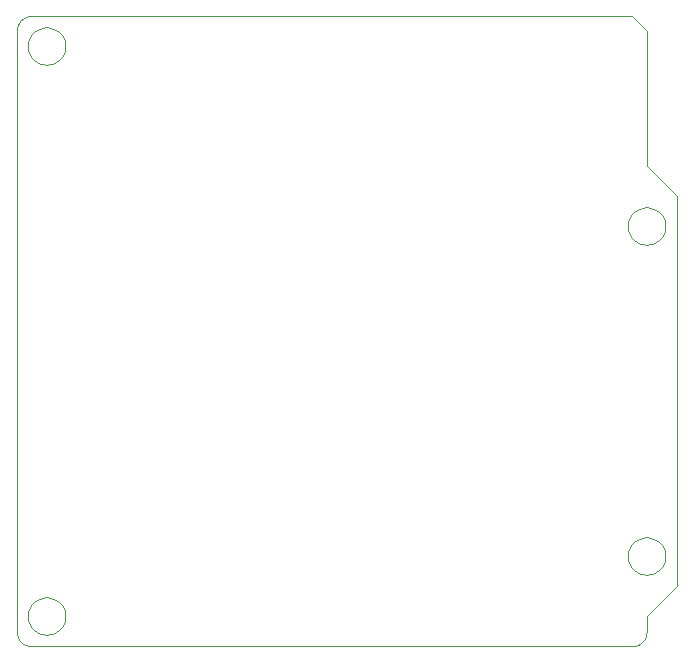
<source format=gbr>
G04 PROTEUS RS274X GERBER FILE*
%FSLAX45Y45*%
%MOMM*%
G01*
%ADD22C,0.025400*%
D22*
X+5492750Y+762000D02*
X+5492220Y+774958D01*
X+5487916Y+800876D01*
X+5478925Y+826794D01*
X+5464280Y+852712D01*
X+5441876Y+878466D01*
X+5415958Y+897958D01*
X+5390040Y+910530D01*
X+5364122Y+917866D01*
X+5338204Y+920694D01*
X+5334000Y+920750D01*
X+5175250Y+762000D02*
X+5175780Y+774958D01*
X+5180084Y+800876D01*
X+5189075Y+826794D01*
X+5203720Y+852712D01*
X+5226124Y+878466D01*
X+5252042Y+897958D01*
X+5277960Y+910530D01*
X+5303878Y+917866D01*
X+5329796Y+920694D01*
X+5334000Y+920750D01*
X+5175250Y+762000D02*
X+5175780Y+749042D01*
X+5180084Y+723124D01*
X+5189075Y+697206D01*
X+5203720Y+671288D01*
X+5226124Y+645534D01*
X+5252042Y+626042D01*
X+5277960Y+613470D01*
X+5303878Y+606134D01*
X+5329796Y+603306D01*
X+5334000Y+603250D01*
X+5492750Y+762000D02*
X+5492220Y+749042D01*
X+5487916Y+723124D01*
X+5478925Y+697206D01*
X+5464280Y+671288D01*
X+5441876Y+645534D01*
X+5415958Y+626042D01*
X+5390040Y+613470D01*
X+5364122Y+606134D01*
X+5338204Y+603306D01*
X+5334000Y+603250D01*
X+5492750Y+3556000D02*
X+5492220Y+3568958D01*
X+5487916Y+3594876D01*
X+5478925Y+3620794D01*
X+5464280Y+3646712D01*
X+5441876Y+3672466D01*
X+5415958Y+3691958D01*
X+5390040Y+3704530D01*
X+5364122Y+3711866D01*
X+5338204Y+3714694D01*
X+5334000Y+3714750D01*
X+5175250Y+3556000D02*
X+5175780Y+3568958D01*
X+5180084Y+3594876D01*
X+5189075Y+3620794D01*
X+5203720Y+3646712D01*
X+5226124Y+3672466D01*
X+5252042Y+3691958D01*
X+5277960Y+3704530D01*
X+5303878Y+3711866D01*
X+5329796Y+3714694D01*
X+5334000Y+3714750D01*
X+5175250Y+3556000D02*
X+5175780Y+3543042D01*
X+5180084Y+3517124D01*
X+5189075Y+3491206D01*
X+5203720Y+3465288D01*
X+5226124Y+3439534D01*
X+5252042Y+3420042D01*
X+5277960Y+3407470D01*
X+5303878Y+3400134D01*
X+5329796Y+3397306D01*
X+5334000Y+3397250D01*
X+5492750Y+3556000D02*
X+5492220Y+3543042D01*
X+5487916Y+3517124D01*
X+5478925Y+3491206D01*
X+5464280Y+3465288D01*
X+5441876Y+3439534D01*
X+5415958Y+3420042D01*
X+5390040Y+3407470D01*
X+5364122Y+3400134D01*
X+5338204Y+3397306D01*
X+5334000Y+3397250D01*
X+412750Y+5080000D02*
X+412220Y+5092958D01*
X+407916Y+5118876D01*
X+398925Y+5144794D01*
X+384280Y+5170712D01*
X+361876Y+5196466D01*
X+335958Y+5215958D01*
X+310040Y+5228530D01*
X+284122Y+5235866D01*
X+258204Y+5238694D01*
X+254000Y+5238750D01*
X+95250Y+5080000D02*
X+95780Y+5092958D01*
X+100084Y+5118876D01*
X+109075Y+5144794D01*
X+123720Y+5170712D01*
X+146124Y+5196466D01*
X+172042Y+5215958D01*
X+197960Y+5228530D01*
X+223878Y+5235866D01*
X+249796Y+5238694D01*
X+254000Y+5238750D01*
X+95250Y+5080000D02*
X+95780Y+5067042D01*
X+100084Y+5041124D01*
X+109075Y+5015206D01*
X+123720Y+4989288D01*
X+146124Y+4963534D01*
X+172042Y+4944042D01*
X+197960Y+4931470D01*
X+223878Y+4924134D01*
X+249796Y+4921306D01*
X+254000Y+4921250D01*
X+412750Y+5080000D02*
X+412220Y+5067042D01*
X+407916Y+5041124D01*
X+398925Y+5015206D01*
X+384280Y+4989288D01*
X+361876Y+4963534D01*
X+335958Y+4944042D01*
X+310040Y+4931470D01*
X+284122Y+4924134D01*
X+258204Y+4921306D01*
X+254000Y+4921250D01*
X+412750Y+254000D02*
X+412220Y+266958D01*
X+407916Y+292876D01*
X+398925Y+318794D01*
X+384280Y+344712D01*
X+361876Y+370466D01*
X+335958Y+389958D01*
X+310040Y+402530D01*
X+284122Y+409866D01*
X+258204Y+412694D01*
X+254000Y+412750D01*
X+95250Y+254000D02*
X+95780Y+266958D01*
X+100084Y+292876D01*
X+109075Y+318794D01*
X+123720Y+344712D01*
X+146124Y+370466D01*
X+172042Y+389958D01*
X+197960Y+402530D01*
X+223878Y+409866D01*
X+249796Y+412694D01*
X+254000Y+412750D01*
X+95250Y+254000D02*
X+95780Y+241042D01*
X+100084Y+215124D01*
X+109075Y+189206D01*
X+123720Y+163288D01*
X+146124Y+137534D01*
X+172042Y+118042D01*
X+197960Y+105470D01*
X+223878Y+98134D01*
X+249796Y+95306D01*
X+254000Y+95250D01*
X+412750Y+254000D02*
X+412220Y+241042D01*
X+407916Y+215124D01*
X+398925Y+189206D01*
X+384280Y+163288D01*
X+361876Y+137534D01*
X+335958Y+118042D01*
X+310040Y+105470D01*
X+284122Y+98134D01*
X+258204Y+95306D01*
X+254000Y+95250D01*
X+0Y+127000D02*
X+2527Y+101032D01*
X+9798Y+77018D01*
X+21348Y+55423D01*
X+36711Y+36711D01*
X+55423Y+21347D01*
X+77018Y+9798D01*
X+101032Y+2527D01*
X+127000Y+0D01*
X+5207000Y+0D01*
X+5232967Y+2527D01*
X+5256981Y+9798D01*
X+5278577Y+21347D01*
X+5297289Y+36711D01*
X+5312652Y+55423D01*
X+5324202Y+77018D01*
X+5331473Y+101032D01*
X+5334000Y+127000D01*
X+5334000Y+254000D01*
X+5588000Y+508000D01*
X+5588000Y+3810000D01*
X+5334000Y+4064000D01*
X+5334000Y+5207000D01*
X+5207000Y+5334000D01*
X+127000Y+5334000D01*
X+101032Y+5331473D01*
X+77018Y+5324202D01*
X+55423Y+5312652D01*
X+36711Y+5297289D01*
X+21348Y+5278577D01*
X+9798Y+5256981D01*
X+2527Y+5232967D01*
X+0Y+5207000D01*
X+0Y+127000D01*
M02*

</source>
